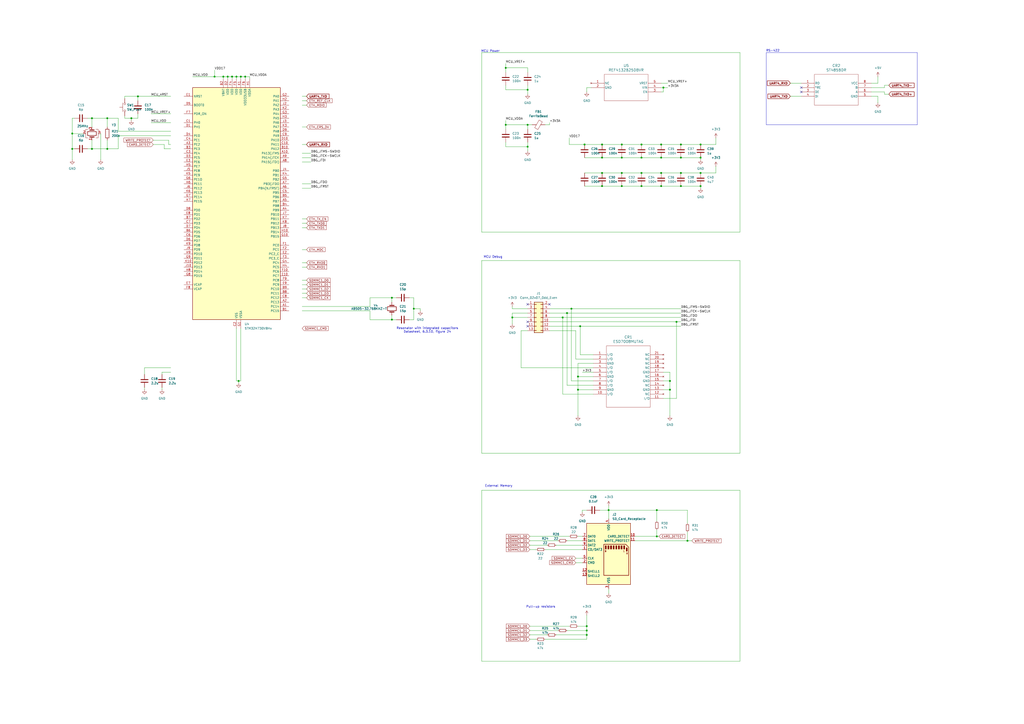
<source format=kicad_sch>
(kicad_sch (version 20250114) (generator "eeschema") (generator_version "9.0")
  (paper "A2")
  (rectangle (start 444.5 30.48) (end 532.13 72.39))
  (text "External Memory" (at 289.306 281.94 0) (effects (font (size 1.27 1.27))))
  (text "RS-422" (at 448.31 29.464 0) (effects (font (size 1.27 1.27))))
  (text "MCU Debug\n" (at 286.004 149.098 0) (effects (font (size 1.27 1.27))))
  (text "Resonator with integrated capacitors\nDatasheet, 6.3.10, figure 24" (at 247.904 191.516 0) (effects (font (size 1.27 1.27))))
  (text "MCU Power" (at 284.48 29.718 0) (effects (font (size 1.27 1.27))))
  (text "Pull-up resistors" (at 313.69 352.044 0) (effects (font (size 1.27 1.27))))
  (junction (at 406.4 83.82))
  (junction (at 360.68 107.95))
  (junction (at 384.81 50.8))
  (junction (at 340.36 365.76))
  (junction (at 129.54 44.45))
  (junction (at 335.28 226.06))
  (junction (at 41.91 86.36))
  (junction (at 134.62 44.45))
  (junction (at 340.36 368.3))
  (junction (at 297.18 184.15))
  (junction (at 335.28 218.44))
  (junction (at 76.2 68.58))
  (junction (at 227.33 185.42))
  (junction (at 227.33 172.72))
  (junction (at 372.11 91.44))
  (junction (at 62.23 86.36))
  (junction (at 306.07 52.07))
  (junction (at 388.62 220.98))
  (junction (at 394.97 100.33))
  (junction (at 398.78 313.69))
  (junction (at 132.08 44.45))
  (junction (at 349.25 91.44))
  (junction (at 340.36 363.22))
  (junction (at 306.07 85.09))
  (junction (at 372.11 83.82))
  (junction (at 394.97 83.82))
  (junction (at 349.25 107.95))
  (junction (at 392.43 186.69))
  (junction (at 394.97 91.44))
  (junction (at 349.25 83.82))
  (junction (at 53.34 86.36))
  (junction (at 326.39 184.15))
  (junction (at 383.54 91.44))
  (junction (at 293.37 72.39))
  (junction (at 137.16 44.45))
  (junction (at 293.37 39.37))
  (junction (at 353.06 295.91))
  (junction (at 360.68 83.82))
  (junction (at 394.97 107.95))
  (junction (at 306.07 72.39))
  (junction (at 406.4 107.95))
  (junction (at 80.01 55.88))
  (junction (at 138.43 220.98))
  (junction (at 388.62 226.06))
  (junction (at 360.68 91.44))
  (junction (at 383.54 107.95))
  (junction (at 142.24 44.45))
  (junction (at 124.46 44.45))
  (junction (at 372.11 107.95))
  (junction (at 331.47 179.07))
  (junction (at 406.4 91.44))
  (junction (at 41.91 77.47))
  (junction (at 240.03 179.07))
  (junction (at 383.54 83.82))
  (junction (at 381 295.91))
  (junction (at 372.11 100.33))
  (junction (at 336.55 189.23))
  (junction (at 349.25 100.33))
  (junction (at 339.09 83.82))
  (junction (at 139.7 44.45))
  (junction (at 53.34 68.58))
  (junction (at 360.68 100.33))
  (junction (at 328.93 181.61))
  (junction (at 406.4 100.33))
  (junction (at 383.54 100.33))
  (junction (at 62.23 68.58))
  (junction (at 381 311.15))
  (no_connect (at 306.07 189.23))
  (no_connect (at 306.07 186.69))
  (no_connect (at 464.82 50.8))
  (no_connect (at 464.82 53.34))
  (no_connect (at 318.77 176.53))
  (no_connect (at 306.07 176.53))
  (wire (pts (xy 339.09 83.82) (xy 349.25 83.82)))
  (wire (pts (xy 175.26 60.96) (xy 177.8 60.96)))
  (wire (pts (xy 306.07 85.09) (xy 306.07 82.55)))
  (wire (pts (xy 124.46 40.64) (xy 124.46 44.45)))
  (wire (pts (xy 177.8 167.64) (xy 175.26 167.64)))
  (wire (pts (xy 97.79 83.82) (xy 99.06 83.82)))
  (wire (pts (xy 372.11 91.44) (xy 383.54 91.44)))
  (wire (pts (xy 180.34 109.22) (xy 175.26 109.22)))
  (wire (pts (xy 429.26 262.89) (xy 279.4 262.89)))
  (wire (pts (xy 137.16 44.45) (xy 134.62 44.45)))
  (wire (pts (xy 384.81 50.8) (xy 387.35 50.8)))
  (wire (pts (xy 177.8 170.18) (xy 175.26 170.18)))
  (wire (pts (xy 381 307.34) (xy 381 311.15)))
  (wire (pts (xy 306.07 85.09) (xy 306.07 87.63)))
  (wire (pts (xy 43.18 86.36) (xy 41.91 86.36)))
  (wire (pts (xy 505.46 53.34) (xy 513.08 53.34)))
  (wire (pts (xy 307.34 370.84) (xy 311.15 370.84)))
  (wire (pts (xy 297.18 179.07) (xy 306.07 179.07)))
  (wire (pts (xy 340.36 53.34) (xy 340.36 50.8)))
  (wire (pts (xy 41.91 68.58) (xy 43.18 68.58)))
  (wire (pts (xy 335.28 218.44) (xy 344.17 218.44)))
  (wire (pts (xy 513.08 50.8) (xy 513.08 49.53)))
  (wire (pts (xy 138.43 220.98) (xy 138.43 222.25)))
  (wire (pts (xy 48.26 77.47) (xy 41.91 77.47)))
  (wire (pts (xy 62.23 68.58) (xy 62.23 73.66)))
  (wire (pts (xy 72.39 55.88) (xy 80.01 55.88)))
  (wire (pts (xy 93.98 224.79) (xy 93.98 226.06)))
  (wire (pts (xy 335.28 311.15) (xy 337.82 311.15)))
  (wire (pts (xy 68.58 76.2) (xy 68.58 68.58)))
  (wire (pts (xy 139.7 44.45) (xy 139.7 45.72)))
  (wire (pts (xy 142.24 44.45) (xy 144.78 44.45)))
  (wire (pts (xy 328.93 223.52) (xy 328.93 181.61)))
  (wire (pts (xy 340.36 368.3) (xy 340.36 365.76)))
  (wire (pts (xy 322.58 316.23) (xy 337.82 316.23)))
  (wire (pts (xy 177.8 132.08) (xy 175.26 132.08)))
  (wire (pts (xy 344.17 223.52) (xy 328.93 223.52)))
  (wire (pts (xy 177.8 127) (xy 175.26 127)))
  (wire (pts (xy 302.26 191.77) (xy 306.07 191.77)))
  (wire (pts (xy 383.54 83.82) (xy 394.97 83.82)))
  (wire (pts (xy 88.9 83.82) (xy 95.25 83.82)))
  (wire (pts (xy 93.98 215.9) (xy 93.98 217.17)))
  (wire (pts (xy 93.98 215.9) (xy 99.06 215.9)))
  (wire (pts (xy 297.18 184.15) (xy 306.07 184.15)))
  (wire (pts (xy 337.82 295.91) (xy 337.82 297.18)))
  (wire (pts (xy 316.23 370.84) (xy 340.36 370.84)))
  (wire (pts (xy 513.08 49.53) (xy 515.62 49.53)))
  (wire (pts (xy 384.81 231.14) (xy 392.43 231.14)))
  (wire (pts (xy 41.91 77.47) (xy 41.91 68.58)))
  (wire (pts (xy 83.82 213.36) (xy 99.06 213.36)))
  (wire (pts (xy 394.97 107.95) (xy 383.54 107.95)))
  (wire (pts (xy 279.4 262.89) (xy 279.4 151.13)))
  (wire (pts (xy 279.4 284.48) (xy 279.4 383.54)))
  (wire (pts (xy 227.33 172.72) (xy 227.33 175.26)))
  (wire (pts (xy 72.39 57.15) (xy 72.39 55.88)))
  (wire (pts (xy 293.37 72.39) (xy 306.07 72.39)))
  (wire (pts (xy 227.33 172.72) (xy 229.87 172.72)))
  (wire (pts (xy 307.34 318.77) (xy 311.15 318.77)))
  (wire (pts (xy 293.37 74.93) (xy 293.37 72.39)))
  (wire (pts (xy 293.37 36.83) (xy 293.37 39.37)))
  (wire (pts (xy 349.25 107.95) (xy 339.09 107.95)))
  (wire (pts (xy 349.25 83.82) (xy 360.68 83.82)))
  (wire (pts (xy 137.16 44.45) (xy 137.16 45.72)))
  (wire (pts (xy 134.62 44.45) (xy 132.08 44.45)))
  (wire (pts (xy 429.26 30.48) (xy 429.26 134.62)))
  (wire (pts (xy 279.4 284.48) (xy 429.26 284.48)))
  (wire (pts (xy 429.26 134.62) (xy 279.4 134.62)))
  (wire (pts (xy 306.07 72.39) (xy 306.07 74.93)))
  (wire (pts (xy 349.25 91.44) (xy 360.68 91.44)))
  (wire (pts (xy 214.63 172.72) (xy 227.33 172.72)))
  (wire (pts (xy 137.16 190.5) (xy 137.16 220.98)))
  (wire (pts (xy 307.34 368.3) (xy 317.5 368.3)))
  (wire (pts (xy 142.24 44.45) (xy 139.7 44.45)))
  (wire (pts (xy 80.01 55.88) (xy 99.06 55.88)))
  (wire (pts (xy 398.78 308.61) (xy 398.78 313.69)))
  (wire (pts (xy 83.82 213.36) (xy 83.82 217.17)))
  (wire (pts (xy 353.06 293.37) (xy 353.06 295.91)))
  (wire (pts (xy 509.27 55.88) (xy 509.27 59.69)))
  (wire (pts (xy 406.4 107.95) (xy 406.4 109.22)))
  (wire (pts (xy 95.25 83.82) (xy 95.25 86.36)))
  (wire (pts (xy 306.07 39.37) (xy 306.07 41.91)))
  (wire (pts (xy 368.3 313.69) (xy 398.78 313.69)))
  (wire (pts (xy 227.33 185.42) (xy 227.33 182.88)))
  (wire (pts (xy 214.63 172.72) (xy 214.63 177.8)))
  (wire (pts (xy 347.98 295.91) (xy 353.06 295.91)))
  (wire (pts (xy 372.11 83.82) (xy 383.54 83.82)))
  (wire (pts (xy 293.37 49.53) (xy 293.37 52.07)))
  (wire (pts (xy 306.07 181.61) (xy 297.18 181.61)))
  (wire (pts (xy 384.81 220.98) (xy 388.62 220.98)))
  (wire (pts (xy 80.01 68.58) (xy 76.2 68.58)))
  (wire (pts (xy 293.37 85.09) (xy 306.07 85.09)))
  (wire (pts (xy 388.62 215.9) (xy 388.62 220.98)))
  (wire (pts (xy 326.39 184.15) (xy 318.77 184.15)))
  (wire (pts (xy 177.8 144.78) (xy 175.26 144.78)))
  (wire (pts (xy 279.4 151.13) (xy 429.26 151.13)))
  (wire (pts (xy 83.82 224.79) (xy 83.82 226.06)))
  (wire (pts (xy 72.39 68.58) (xy 72.39 67.31)))
  (wire (pts (xy 175.26 180.34) (xy 214.63 180.34)))
  (wire (pts (xy 383.54 100.33) (xy 394.97 100.33)))
  (wire (pts (xy 330.2 80.01) (xy 330.2 83.82)))
  (wire (pts (xy 139.7 44.45) (xy 137.16 44.45)))
  (wire (pts (xy 180.34 88.9) (xy 175.26 88.9)))
  (wire (pts (xy 99.06 78.74) (xy 68.58 78.74)))
  (wire (pts (xy 429.26 151.13) (xy 429.26 262.89)))
  (wire (pts (xy 509.27 48.26) (xy 505.46 48.26)))
  (wire (pts (xy 307.34 316.23) (xy 317.5 316.23)))
  (wire (pts (xy 62.23 68.58) (xy 68.58 68.58)))
  (wire (pts (xy 394.97 184.15) (xy 326.39 184.15)))
  (wire (pts (xy 132.08 44.45) (xy 129.54 44.45)))
  (wire (pts (xy 316.23 318.77) (xy 337.82 318.77)))
  (wire (pts (xy 398.78 295.91) (xy 381 295.91)))
  (wire (pts (xy 306.07 72.39) (xy 308.61 72.39)))
  (wire (pts (xy 344.17 220.98) (xy 331.47 220.98)))
  (wire (pts (xy 297.18 184.15) (xy 297.18 187.96)))
  (wire (pts (xy 297.18 177.8) (xy 297.18 179.07)))
  (wire (pts (xy 335.28 226.06) (xy 344.17 226.06)))
  (wire (pts (xy 384.81 215.9) (xy 388.62 215.9)))
  (wire (pts (xy 322.58 368.3) (xy 340.36 368.3)))
  (wire (pts (xy 175.26 172.72) (xy 177.8 172.72)))
  (wire (pts (xy 240.03 172.72) (xy 240.03 179.07)))
  (wire (pts (xy 129.54 44.45) (xy 129.54 45.72)))
  (wire (pts (xy 243.84 180.34) (xy 243.84 179.07)))
  (wire (pts (xy 97.79 81.28) (xy 97.79 83.82)))
  (wire (pts (xy 368.3 311.15) (xy 381 311.15)))
  (wire (pts (xy 41.91 77.47) (xy 41.91 86.36)))
  (wire (pts (xy 384.81 50.8) (xy 384.81 53.34)))
  (wire (pts (xy 335.28 210.82) (xy 335.28 218.44)))
  (wire (pts (xy 334.01 323.85) (xy 337.82 323.85)))
  (wire (pts (xy 398.78 313.69) (xy 401.32 313.69)))
  (wire (pts (xy 293.37 69.85) (xy 293.37 72.39)))
  (wire (pts (xy 394.97 100.33) (xy 406.4 100.33)))
  (wire (pts (xy 406.4 100.33) (xy 415.29 100.33)))
  (wire (pts (xy 293.37 41.91) (xy 293.37 39.37)))
  (wire (pts (xy 144.78 44.45) (xy 144.78 45.72)))
  (wire (pts (xy 406.4 107.95) (xy 394.97 107.95)))
  (wire (pts (xy 394.97 181.61) (xy 328.93 181.61)))
  (wire (pts (xy 340.36 50.8) (xy 342.9 50.8)))
  (wire (pts (xy 394.97 91.44) (xy 406.4 91.44)))
  (wire (pts (xy 302.26 213.36) (xy 344.17 213.36)))
  (wire (pts (xy 406.4 83.82) (xy 394.97 83.82)))
  (wire (pts (xy 76.2 68.58) (xy 72.39 68.58)))
  (wire (pts (xy 328.93 313.69) (xy 337.82 313.69)))
  (wire (pts (xy 62.23 86.36) (xy 53.34 86.36)))
  (wire (pts (xy 180.34 91.44) (xy 175.26 91.44)))
  (wire (pts (xy 177.8 162.56) (xy 175.26 162.56)))
  (wire (pts (xy 458.47 55.88) (xy 464.82 55.88)))
  (wire (pts (xy 302.26 191.77) (xy 302.26 213.36)))
  (wire (pts (xy 95.25 86.36) (xy 99.06 86.36)))
  (wire (pts (xy 177.8 55.88) (xy 175.26 55.88)))
  (wire (pts (xy 340.36 295.91) (xy 337.82 295.91)))
  (wire (pts (xy 330.2 83.82) (xy 339.09 83.82)))
  (wire (pts (xy 334.01 208.28) (xy 344.17 208.28)))
  (wire (pts (xy 41.91 86.36) (xy 41.91 92.71)))
  (wire (pts (xy 318.77 71.12) (xy 318.77 72.39)))
  (wire (pts (xy 509.27 44.45) (xy 509.27 48.26)))
  (wire (pts (xy 406.4 91.44) (xy 406.4 92.71)))
  (wire (pts (xy 177.8 152.4) (xy 175.26 152.4)))
  (wire (pts (xy 50.8 86.36) (xy 53.34 86.36)))
  (wire (pts (xy 240.03 179.07) (xy 240.03 185.42)))
  (wire (pts (xy 111.76 44.45) (xy 124.46 44.45)))
  (wire (pts (xy 387.35 48.26) (xy 383.54 48.26)))
  (wire (pts (xy 177.8 73.66) (xy 175.26 73.66)))
  (wire (pts (xy 383.54 91.44) (xy 394.97 91.44)))
  (wire (pts (xy 513.08 53.34) (xy 513.08 54.61)))
  (wire (pts (xy 372.11 107.95) (xy 360.68 107.95)))
  (wire (pts (xy 137.16 220.98) (xy 138.43 220.98)))
  (wire (pts (xy 360.68 91.44) (xy 372.11 91.44)))
  (wire (pts (xy 339.09 100.33) (xy 349.25 100.33)))
  (wire (pts (xy 177.8 83.82) (xy 175.26 83.82)))
  (wire (pts (xy 53.34 68.58) (xy 53.34 73.66)))
  (wire (pts (xy 344.17 210.82) (xy 335.28 210.82)))
  (wire (pts (xy 175.26 177.8) (xy 214.63 177.8)))
  (wire (pts (xy 383.54 107.95) (xy 372.11 107.95)))
  (wire (pts (xy 62.23 81.28) (xy 62.23 86.36)))
  (wire (pts (xy 307.34 363.22) (xy 330.2 363.22)))
  (wire (pts (xy 139.7 190.5) (xy 139.7 220.98)))
  (wire (pts (xy 99.06 76.2) (xy 68.58 76.2)))
  (wire (pts (xy 142.24 44.45) (xy 142.24 45.72)))
  (wire (pts (xy 392.43 231.14) (xy 392.43 186.69)))
  (wire (pts (xy 175.26 154.94) (xy 177.8 154.94)))
  (wire (pts (xy 336.55 205.74) (xy 336.55 189.23)))
  (wire (pts (xy 62.23 86.36) (xy 68.58 86.36)))
  (wire (pts (xy 335.28 218.44) (xy 335.28 226.06)))
  (wire (pts (xy 318.77 191.77) (xy 334.01 191.77)))
  (wire (pts (xy 177.8 165.1) (xy 175.26 165.1)))
  (wire (pts (xy 505.46 50.8) (xy 513.08 50.8)))
  (wire (pts (xy 87.63 71.12) (xy 99.06 71.12)))
  (wire (pts (xy 415.29 100.33) (xy 415.29 96.52)))
  (wire (pts (xy 340.36 370.84) (xy 340.36 368.3)))
  (wire (pts (xy 398.78 303.53) (xy 398.78 295.91)))
  (wire (pts (xy 124.46 44.45) (xy 129.54 44.45)))
  (wire (pts (xy 175.26 129.54) (xy 177.8 129.54)))
  (wire (pts (xy 279.4 134.62) (xy 279.4 30.48)))
  (wire (pts (xy 372.11 100.33) (xy 383.54 100.33)))
  (wire (pts (xy 394.97 179.07) (xy 331.47 179.07)))
  (wire (pts (xy 316.23 72.39) (xy 318.77 72.39)))
  (wire (pts (xy 381 295.91) (xy 353.06 295.91)))
  (wire (pts (xy 306.07 52.07) (xy 306.07 49.53)))
  (wire (pts (xy 58.42 77.47) (xy 58.42 92.71)))
  (wire (pts (xy 429.26 284.48) (xy 429.26 383.54)))
  (wire (pts (xy 227.33 185.42) (xy 229.87 185.42)))
  (wire (pts (xy 307.34 313.69) (xy 323.85 313.69)))
  (wire (pts (xy 293.37 52.07) (xy 306.07 52.07)))
  (wire (pts (xy 360.68 100.33) (xy 372.11 100.33)))
  (wire (pts (xy 336.55 189.23) (xy 318.77 189.23)))
  (wire (pts (xy 360.68 107.95) (xy 349.25 107.95)))
  (wire (pts (xy 349.25 100.33) (xy 360.68 100.33)))
  (wire (pts (xy 139.7 220.98) (xy 138.43 220.98)))
  (wire (pts (xy 381 302.26) (xy 381 295.91)))
  (wire (pts (xy 360.68 83.82) (xy 372.11 83.82)))
  (wire (pts (xy 334.01 191.77) (xy 334.01 208.28)))
  (wire (pts (xy 80.01 55.88) (xy 80.01 58.42)))
  (wire (pts (xy 76.2 68.58) (xy 76.2 69.85)))
  (wire (pts (xy 307.34 365.76) (xy 323.85 365.76)))
  (wire (pts (xy 237.49 185.42) (xy 240.03 185.42)))
  (wire (pts (xy 513.08 54.61) (xy 515.62 54.61)))
  (wire (pts (xy 353.06 341.63) (xy 353.06 344.17)))
  (wire (pts (xy 384.81 226.06) (xy 388.62 226.06)))
  (wire (pts (xy 392.43 186.69) (xy 394.97 186.69)))
  (wire (pts (xy 53.34 81.28) (xy 53.34 86.36)))
  (wire (pts (xy 331.47 179.07) (xy 318.77 179.07)))
  (wire (pts (xy 132.08 44.45) (xy 132.08 45.72)))
  (wire (pts (xy 279.4 30.48) (xy 429.26 30.48)))
  (wire (pts (xy 50.8 68.58) (xy 53.34 68.58)))
  (wire (pts (xy 383.54 50.8) (xy 384.81 50.8)))
  (wire (pts (xy 328.93 365.76) (xy 340.36 365.76)))
  (wire (pts (xy 429.26 383.54) (xy 279.4 383.54)))
  (wire (pts (xy 340.36 363.22) (xy 340.36 356.87)))
  (wire (pts (xy 297.18 181.61) (xy 297.18 184.15)))
  (wire (pts (xy 237.49 172.72) (xy 240.03 172.72)))
  (wire (pts (xy 392.43 186.69) (xy 318.77 186.69)))
  (wire (pts (xy 326.39 228.6) (xy 326.39 184.15)))
  (wire (pts (xy 87.63 66.04) (xy 99.06 66.04)))
  (wire (pts (xy 394.97 189.23) (xy 336.55 189.23)))
  (wire (pts (xy 388.62 220.98) (xy 388.62 226.06)))
  (wire (pts (xy 337.82 215.9) (xy 344.17 215.9)))
  (wire (pts (xy 62.23 68.58) (xy 53.34 68.58)))
  (wire (pts (xy 344.17 228.6) (xy 326.39 228.6)))
  (wire (pts (xy 180.34 93.98) (xy 175.26 93.98)))
  (wire (pts (xy 243.84 179.07) (xy 240.03 179.07)))
  (wire (pts (xy 214.63 180.34) (xy 214.63 185.42)))
  (wire (pts (xy 68.58 78.74) (xy 68.58 86.36)))
  (wire (pts (xy 307.34 311.15) (xy 330.2 311.15)))
  (wire (pts (xy 505.46 55.88) (xy 509.27 55.88)))
  (wire (pts (xy 214.63 185.42) (xy 227.33 185.42)))
  (wire (pts (xy 353.06 295.91) (xy 353.06 300.99)))
  (wire (pts (xy 88.9 81.28) (xy 97.79 81.28)))
  (wire (pts (xy 383.54 53.34) (xy 384.81 53.34)))
  (wire (pts (xy 344.17 205.74) (xy 336.55 205.74)))
  (wire (pts (xy 80.01 66.04) (xy 80.01 68.58)))
  (wire (pts (xy 458.47 48.26) (xy 464.82 48.26)))
  (wire (pts (xy 339.09 91.44) (xy 349.25 91.44)))
  (wire (pts (xy 381 311.15) (xy 382.27 311.15)))
  (wire (pts (xy 293.37 82.55) (xy 293.37 85.09)))
  (wire (pts (xy 328.93 181.61) (xy 318.77 181.61)))
  (wire (pts (xy 293.37 39.37) (xy 306.07 39.37)))
  (wire (pts (xy 134.62 44.45) (xy 134.62 45.72)))
  (wire (pts (xy 180.34 106.68) (xy 175.26 106.68)))
  (wire (pts (xy 334.01 326.39) (xy 337.82 326.39)))
  (wire (pts (xy 335.28 226.06) (xy 335.28 241.3)))
  (wire (pts (xy 306.07 52.07) (xy 306.07 54.61)))
  (wire (pts (xy 177.8 58.42) (xy 175.26 58.42)))
  (wire (pts (xy 406.4 83.82) (xy 415.29 83.82)))
  (wire (pts (xy 335.28 363.22) (xy 340.36 363.22)))
  (wire (pts (xy 331.47 220.98) (xy 331.47 179.07)))
  (wire (pts (xy 340.36 365.76) (xy 340.36 363.22)))
  (wire (pts (xy 388.62 226.06) (xy 388.62 241.3)))
  (wire (pts (xy 415.29 80.01) (xy 415.29 83.82)))
  (label "+3V3A" (at 318.77 71.12 0))
  (label "DBG_JTDO" (at 394.97 184.15 0))
  (label "DBG_JTDO" (at 180.34 106.68 0))
  (label "DBG_JTRST" (at 180.34 109.22 0))
  (label "MCU_nRST" (at 87.63 55.88 0))
  (label "DBG_JTDI" (at 180.34 93.98 0))
  (label "MCU_VDD" (at 87.63 71.12 0))
  (label "DBG_JTRST" (at 394.97 189.23 0))
  (label "MCU_VREF+" (at 293.37 36.83 0))
  (label "+3V3A" (at 387.35 50.8 0))
  (label "MCU_VDDA" (at 144.78 44.45 0))
  (label "DBG_JTCK-SWCLK" (at 394.97 181.61 0))
  (label "DBG_JTMS-SWDIO" (at 394.97 179.07 0))
  (label "DBG_JTDI" (at 394.97 186.69 0))
  (label "MCU_VDD" (at 111.76 44.45 0))
  (label "DBG_JTMS-SWDIO" (at 180.34 88.9 0))
  (label "MCU_VREF+" (at 87.63 66.04 0))
  (label "MCU_VDDA" (at 293.37 69.85 0))
  (label "+3V3" (at 337.82 215.9 0))
  (label "DBG_JTCK-SWCLK" (at 180.34 91.44 0))
  (label "VDD17" (at 330.2 80.01 0))
  (label "MCU_VREF+" (at 387.35 48.26 0))
  (label "VDD17" (at 124.46 40.64 0))
  (global_label "SDMMC1_D1" (shape input) (at 307.34 365.76 180) (property "Intersheetrefs" "${INTERSHEET_REFS}" (effects (hide yes))))
  (global_label "UART4_TXD" (shape input) (at 458.47 55.88 180) (effects (font (thickness 0.254) (bold yes))) (property "Intersheetrefs" "${INTERSHEET_REFS}" (effects (hide yes))))
  (global_label "CARD_DETECT" (shape input) (at 382.27 311.15 0) (property "Intersheetrefs" "${INTERSHEET_REFS}" (effects (hide yes))))
  (global_label "ETH_RXD1" (shape input) (at 177.8 154.94 0) (property "Intersheetrefs" "${INTERSHEET_REFS}" (effects (hide yes))))
  (global_label "SDMMC1_D3" (shape input) (at 177.8 170.18 0) (property "Intersheetrefs" "${INTERSHEET_REFS}" (effects (hide yes))))
  (global_label "ETH_TXD1" (shape input) (at 177.8 132.08 0) (property "Intersheetrefs" "${INTERSHEET_REFS}" (effects (hide yes))))
  (global_label "SDMMC1_D2" (shape input) (at 307.34 368.3 180) (property "Intersheetrefs" "${INTERSHEET_REFS}" (effects (hide yes))))
  (global_label "SDMMC1_D1" (shape input) (at 307.34 313.69 180) (property "Intersheetrefs" "${INTERSHEET_REFS}" (effects (hide yes))))
  (global_label "ETH_TXD0" (shape input) (at 177.8 129.54 0) (property "Intersheetrefs" "${INTERSHEET_REFS}" (effects (hide yes))))
  (global_label "UART4_TXD+" (shape input) (at 515.62 54.61 0) (effects (font (thickness 0.254) (bold yes))) (property "Intersheetrefs" "${INTERSHEET_REFS}" (effects (hide yes))))
  (global_label "SDMMC1_CMD" (shape input) (at 334.01 326.39 180) (property "Intersheetrefs" "${INTERSHEET_REFS}" (effects (hide yes))))
  (global_label "UART4_RXD" (shape input) (at 177.8 83.82 0) (effects (font (thickness 0.254) (bold yes))) (property "Intersheetrefs" "${INTERSHEET_REFS}" (effects (hide yes))))
  (global_label "CARD_DETECT" (shape input) (at 88.9 83.82 180) (property "Intersheetrefs" "${INTERSHEET_REFS}" (effects (hide yes))))
  (global_label "SDMMC1_CMD" (shape input) (at 175.26 190.5 0) (property "Intersheetrefs" "${INTERSHEET_REFS}" (effects (hide yes))))
  (global_label "ETH_CRS_DV" (shape input) (at 177.8 73.66 0) (property "Intersheetrefs" "${INTERSHEET_REFS}" (effects (hide yes))))
  (global_label "ETH_REF_CLK" (shape input) (at 177.8 58.42 0) (property "Intersheetrefs" "${INTERSHEET_REFS}" (effects (hide yes))))
  (global_label "ETH_MDIO" (shape input) (at 177.8 60.96 0) (property "Intersheetrefs" "${INTERSHEET_REFS}" (effects (hide yes))))
  (global_label "SDMMC1_D3" (shape input) (at 307.34 370.84 180) (property "Intersheetrefs" "${INTERSHEET_REFS}" (effects (hide yes))))
  (global_label "UART4_TXD-" (shape input) (at 515.62 49.53 0) (effects (font (thickness 0.254) (bold yes))) (property "Intersheetrefs" "${INTERSHEET_REFS}" (effects (hide yes))))
  (global_label "SDMMC1_CK" (shape input) (at 177.8 172.72 0) (property "Intersheetrefs" "${INTERSHEET_REFS}" (effects (hide yes))))
  (global_label "SDMMC1_D0" (shape input) (at 177.8 162.56 0) (property "Intersheetrefs" "${INTERSHEET_REFS}" (effects (hide yes))))
  (global_label "SDMMC1_D1" (shape input) (at 177.8 165.1 0) (property "Intersheetrefs" "${INTERSHEET_REFS}" (effects (hide yes))))
  (global_label "UART4_TXD" (shape input) (at 177.8 55.88 0) (effects (font (thickness 0.254) (bold yes))) (property "Intersheetrefs" "${INTERSHEET_REFS}" (effects (hide yes))))
  (global_label "SDMMC1_D0" (shape input) (at 307.34 311.15 180) (property "Intersheetrefs" "${INTERSHEET_REFS}" (effects (hide yes))))
  (global_label "UART4_RXD" (shape input) (at 458.47 48.26 180) (effects (font (thickness 0.254) (bold yes))) (property "Intersheetrefs" "${INTERSHEET_REFS}" (effects (hide yes))))
  (global_label "SDMMC1_D2" (shape input) (at 307.34 316.23 180) (property "Intersheetrefs" "${INTERSHEET_REFS}" (effects (hide yes))))
  (global_label "SDMMC1_D3" (shape input) (at 307.34 318.77 180) (property "Intersheetrefs" "${INTERSHEET_REFS}" (effects (hide yes))))
  (global_label "SDMMC1_CK" (shape input) (at 334.01 323.85 180) (property "Intersheetrefs" "${INTERSHEET_REFS}" (effects (hide yes))))
  (global_label "ETH_TX_EN" (shape input) (at 177.8 127 0) (property "Intersheetrefs" "${INTERSHEET_REFS}" (effects (hide yes))))
  (global_label "ETH_MDC" (shape input) (at 177.8 144.78 0) (property "Intersheetrefs" "${INTERSHEET_REFS}" (effects (hide yes))))
  (global_label "SDMMC1_D0" (shape input) (at 307.34 363.22 180) (property "Intersheetrefs" "${INTERSHEET_REFS}" (effects (hide yes))))
  (global_label "WRITE_PROTECT" (shape input) (at 88.9 81.28 180) (property "Intersheetrefs" "${INTERSHEET_REFS}" (effects (hide yes))))
  (global_label "WRITE_PROTECT" (shape input) (at 401.32 313.69 0) (property "Intersheetrefs" "${INTERSHEET_REFS}" (effects (hide yes))))
  (global_label "SDMMC1_D2" (shape input) (at 177.8 167.64 0) (property "Intersheetrefs" "${INTERSHEET_REFS}" (effects (hide yes))))
  (global_label "ETH_RXD0" (shape input) (at 177.8 152.4 0) (property "Intersheetrefs" "${INTERSHEET_REFS}" (effects (hide yes))))
  (symbol (lib_id "power:GND") (at 388.62 241.3 0) (unit 1)
    (property "Reference" "#PWR042" (effects (hide yes)))
    (property "Value" "GND" (at 388.62 246.38 0))
    (property "Description" "Power symbol creates a global label with name \"GND\" , ground" (effects (hide yes)))
  )
  (symbol (lib_id "Device:R_Small") (at 332.74 311.15 90) (unit 1)
    (property "Reference" "R28" (at 332.74 306.07 90))
    (property "Value" "22" (at 332.74 308.61 90))
    (property "Footprint" "Resistor_SMD:R_0603_1608Metric" (effects (hide yes)))
    (property "Description" "Resistor, small symbol" (effects (hide yes)))
  )
  (symbol (lib_id "Device:R_Small") (at 381 304.8 180) (unit 1)
    (property "Reference" "R30" (at 383.54 303.5299 0) (effects (justify right)))
    (property "Value" "47k" (at 383.54 306.0699 0) (effects (justify right)))
    (property "Footprint" "Resistor_SMD:R_0603_1608Metric" (effects (hide yes)))
    (property "Description" "Resistor, small symbol" (effects (hide yes)))
  )
  (symbol (lib_id "ESD7008MUTAG:ESD7008MUTAG") (at 344.17 205.74 0) (unit 1)
    (property "Reference" "CR1" (at 364.49 195.58 0) (effects (font (size 1.524 1.524))))
    (property "Value" "ESD7008MUTAG" (at 364.49 198.12 0) (effects (font (size 1.524 1.524))))
    (property "Datasheet" "ESD7008MUTAG" (effects (hide yes)))
  )
  (symbol (lib_id "MCU_ST_STM32H7:STM32H730VBHx") (at 137.16 119.38 0) (unit 1)
    (property "Reference" "U4" (at 141.8433 187.96 0) (effects (justify left)))
    (property "Value" "STM32H730VBHx" (at 141.8433 190.5 0) (effects (justify left)))
    (property "Footprint" "Package_BGA:TFBGA-100_8x8mm_Layout10x10_P0.8mm" (effects (hide yes)))
    (property "Datasheet" "https://www.st.com/resource/en/datasheet/stm32h730vb.pdf" (effects (hide yes)))
    (property "Description" "STMicroelectronics Arm Cortex-M7 MCU, 128KB flash, 564KB RAM, 550 MHz, 1.62-3.6V, 82 GPIO, TFBGA100" (effects (hide yes)))
  )
  (symbol (lib_id "Device:C") (at 233.68 185.42 90) (unit 1)
    (property "Reference" "C21" (at 233.68 177.8 90))
    (property "Value" "15p" (at 233.68 180.34 90))
    (property "Footprint" "Capacitor_SMD:C_0603_1608Metric" (effects (hide yes)))
    (property "Description" "Unpolarized capacitor" (effects (hide yes)))
  )
  (symbol (lib_id "Device:C") (at 360.68 87.63 0) (unit 1)
    (property "Reference" "C31" (at 364.49 86.3599 0) (effects (justify left)))
    (property "Value" "100n" (at 364.49 88.8999 0) (effects (justify left)))
    (property "Footprint" "Capacitor_SMD:C_0603_1608Metric" (effects (hide yes)))
    (property "Description" "Unpolarized capacitor" (effects (hide yes)))
  )
  (symbol (lib_id "power:GND") (at 41.91 92.71 0) (unit 1)
    (property "Reference" "#PWR025" (effects (hide yes)))
    (property "Value" "GND" (at 41.91 97.79 0))
    (property "Description" "Power symbol creates a global label with name \"GND\" , ground" (effects (hide yes)))
  )
  (symbol (lib_id "Device:R_Small") (at 332.74 363.22 90) (unit 1)
    (property "Reference" "R29" (at 332.74 358.14 90))
    (property "Value" "47k" (at 332.74 360.68 90))
    (property "Footprint" "Resistor_SMD:R_0603_1608Metric" (effects (hide yes)))
    (property "Description" "Resistor, small symbol" (effects (hide yes)))
  )
  (symbol (lib_id "power:GND") (at 243.84 180.34 0) (unit 1)
    (property "Reference" "#PWR031" (effects (hide yes)))
    (property "Value" "GND" (at 243.84 185.42 0))
    (property "Description" "Power symbol creates a global label with name \"GND\" , ground" (effects (hide yes)))
  )
  (symbol (lib_id "Device:C") (at 306.07 45.72 0) (unit 1)
    (property "Reference" "C24" (at 309.88 44.4499 0) (effects (justify left)))
    (property "Value" "1u" (at 309.88 46.9899 0) (effects (justify left)))
    (property "Footprint" "Capacitor_SMD:C_0603_1608Metric" (effects (hide yes)))
    (property "Description" "Unpolarized capacitor" (effects (hide yes)))
  )
  (symbol (lib_id "power:GND") (at 406.4 109.22 0) (unit 1)
    (property "Reference" "#PWR044" (effects (hide yes)))
    (property "Value" "GND" (at 406.4 114.3 0))
    (property "Description" "Power symbol creates a global label with name \"GND\" , ground" (effects (hide yes)))
  )
  (symbol (lib_id "Device:Crystal") (at 227.33 179.07 90) (unit 1)
    (property "Reference" "Y4" (at 216.662 177.292 90) (effects (justify right)))
    (property "Value" "ABS05-32.768KHZ-T" (at 203.708 179.07 90) (effects (justify right)))
    (property "Description" "Two pin crystal" (effects (hide yes)))
  )
  (symbol (lib_id "Device:R_Small") (at 320.04 368.3 90) (unit 1)
    (property "Reference" "R25" (at 316.23 364.49 90))
    (property "Value" "47k" (at 316.23 367.03 90))
    (property "Footprint" "Resistor_SMD:R_0603_1608Metric" (effects (hide yes)))
    (property "Description" "Resistor, small symbol" (effects (hide yes)))
  )
  (symbol (lib_id "Device:C") (at 372.11 104.14 0) (unit 1)
    (property "Reference" "C34" (at 375.92 102.8699 0) (effects (justify left)))
    (property "Value" "100n" (at 375.92 105.4099 0) (effects (justify left)))
    (property "Footprint" "Capacitor_SMD:C_0603_1608Metric" (effects (hide yes)))
    (property "Description" "Unpolarized capacitor" (effects (hide yes)))
  )
  (symbol (lib_id "Device:C") (at 360.68 104.14 0) (unit 1)
    (property "Reference" "C32" (at 364.49 102.8699 0) (effects (justify left)))
    (property "Value" "100n" (at 364.49 105.4099 0) (effects (justify left)))
    (property "Footprint" "Capacitor_SMD:C_0603_1608Metric" (effects (hide yes)))
    (property "Description" "Unpolarized capacitor" (effects (hide yes)))
  )
  (symbol (lib_id "2025-09-03_13-52-52:ST485BDR") (at 464.82 48.26 0) (unit 1)
    (property "Reference" "CR2" (at 485.14 38.1 0) (effects (font (size 1.524 1.524))))
    (property "Value" "ST485BDR" (at 485.14 40.64 0) (effects (font (size 1.524 1.524))))
    (property "Footprint" "avi_footprint:SO-8_STM-M" (effects (hide yes)))
    (property "Datasheet" "https://www.st.com/resource/en/datasheet/st485b.pdf" (effects (hide yes)))
  )
  (symbol (lib_id "Device:C") (at 349.25 87.63 0) (unit 1)
    (property "Reference" "C29" (at 353.06 86.3599 0) (effects (justify left)))
    (property "Value" "100n" (at 353.06 88.8999 0) (effects (justify left)))
    (property "Footprint" "Capacitor_SMD:C_0603_1608Metric" (effects (hide yes)))
    (property "Description" "Unpolarized capacitor" (effects (hide yes)))
  )
  (symbol (lib_id "Device:FerriteBead") (at 312.42 72.39 90) (unit 1)
    (property "Reference" "FB1" (at 312.3692 64.77 90))
    (property "Value" "FerriteBead" (at 312.3692 67.31 90))
    (property "Description" "Ferrite bead" (effects (hide yes)))
  )
  (symbol (lib_id "Connector_Generic:Conn_02x07_Odd_Even") (at 311.15 184.15 0) (unit 1)
    (property "Reference" "J1" (at 312.42 170.18 0))
    (property "Value" "Conn_02x07_Odd_Even" (at 312.42 172.72 0))
    (property "Description" "Generic connector, double row, 02x07, odd/even pin numbering scheme (row 1 odd numbers, row 2 even numbers), script generated (kicad-library-utils/schlib/autogen/connector/)" (effects (hide yes)))
  )
  (symbol (lib_id "Device:R_Small") (at 326.39 313.69 90) (unit 1)
    (property "Reference" "R26" (at 322.58 309.88 90))
    (property "Value" "22" (at 322.58 312.42 90))
    (property "Footprint" "Resistor_SMD:R_0603_1608Metric" (effects (hide yes)))
    (property "Description" "Resistor, small symbol" (effects (hide yes)))
  )
  (symbol (lib_id "Device:C") (at 93.98 220.98 0) (unit 1)
    (property "Reference" "C19" (at 97.79 219.7099 0) (effects (justify left)))
    (property "Value" "2.2u" (at 97.79 222.2499 0) (effects (justify left)))
    (property "Footprint" "Capacitor_SMD:C_0603_1608Metric" (effects (hide yes)))
    (property "Description" "Unpolarized capacitor" (effects (hide yes)))
  )
  (symbol (lib_id "Device:C") (at 339.09 104.14 0) (unit 1)
    (property "Reference" "C27" (at 342.9 102.8699 0) (effects (justify left)))
    (property "Value" "100n" (at 342.9 105.4099 0) (effects (justify left)))
    (property "Footprint" "Capacitor_SMD:C_0603_1608Metric" (effects (hide yes)))
    (property "Description" "Unpolarized capacitor" (effects (hide yes)))
  )
  (symbol (lib_id "Connector:SD_Card_Receptacle") (at 353.06 321.31 0) (unit 1)
    (property "Reference" "J2" (at 355.2033 298.45 0) (effects (justify left)))
    (property "Value" "SD_Card_Receptacle" (at 355.2033 300.99 0) (effects (justify left)))
    (property "Datasheet" "http://portal.fciconnect.com/Comergent//fci/drawing/10067847.pdf" (effects (hide yes)))
    (property "Description" "SD card receptacle" (effects (hide yes)))
  )
  (symbol (lib_id "power:GND") (at 340.36 53.34 0) (unit 1)
    (property "Reference" "#PWR038" (effects (hide yes)))
    (property "Value" "GND" (at 340.36 58.42 0))
    (property "Description" "Power symbol creates a global label with name \"GND\" , ground" (effects (hide yes)))
  )
  (symbol (lib_id "power:+3V3") (at 353.06 293.37 0) (unit 1)
    (property "Reference" "#PWR040" (effects (hide yes)))
    (property "Value" "+3V3" (at 353.06 288.29 0))
    (property "Description" "Power symbol creates a global label with name \"+3V3\"" (effects (hide yes)))
  )
  (symbol (lib_id "power:GND") (at 406.4 92.71 0) (unit 1)
    (property "Reference" "#PWR043" (effects (hide yes)))
    (property "Value" "GND" (at 406.4 97.79 0))
    (property "Description" "Power symbol creates a global label with name \"GND\" , ground" (effects (hide yes)))
  )
  (symbol (lib_id "Device:C") (at 383.54 104.14 0) (unit 1)
    (property "Reference" "C36" (at 387.35 102.8699 0) (effects (justify left)))
    (property "Value" "100n" (at 387.35 105.4099 0) (effects (justify left)))
    (property "Footprint" "Capacitor_SMD:C_0603_1608Metric" (effects (hide yes)))
    (property "Description" "Unpolarized capacitor" (effects (hide yes)))
  )
  (symbol (lib_id "power:GND") (at 335.28 241.3 0) (unit 1)
    (property "Reference" "#PWR036" (effects (hide yes)))
    (property "Value" "GND" (at 335.28 246.38 0))
    (property "Description" "Power symbol creates a global label with name \"GND\" , ground" (effects (hide yes)))
  )
  (symbol (lib_id "Device:R_Small") (at 320.04 316.23 90) (unit 1)
    (property "Reference" "R24" (at 316.23 312.42 90))
    (property "Value" "22" (at 316.23 314.96 90))
    (property "Footprint" "Resistor_SMD:R_0603_1608Metric" (effects (hide yes)))
    (property "Description" "Resistor, small symbol" (effects (hide yes)))
  )
  (symbol (lib_id "Device:C") (at 83.82 220.98 0) (unit 1)
    (property "Reference" "C18" (at 87.63 219.7099 0) (effects (justify left)))
    (property "Value" "2.2u" (at 87.63 222.2499 0) (effects (justify left)))
    (property "Footprint" "Capacitor_SMD:C_0603_1608Metric" (effects (hide yes)))
    (property "Description" "Unpolarized capacitor" (effects (hide yes)))
  )
  (symbol (lib_id "power:GND") (at 297.18 187.96 0) (unit 1)
    (property "Reference" "#PWR033" (effects (hide yes)))
    (property "Value" "GND" (at 297.18 193.04 0))
    (property "Description" "Power symbol creates a global label with name \"GND\" , ground" (effects (hide yes)))
  )
  (symbol (lib_id "power:GND") (at 76.2 69.85 0) (unit 1)
    (property "Reference" "#PWR027" (effects (hide yes)))
    (property "Value" "GND" (at 76.2 74.93 0))
    (property "Description" "Power symbol creates a global label with name \"GND\" , ground" (effects (hide yes)))
  )
  (symbol (lib_id "REF4132B25DBVR:REF4132B25DBVR") (at 342.9 48.26 0) (unit 1)
    (property "Reference" "U5" (at 363.22 38.1 0) (effects (font (size 1.524 1.524))))
    (property "Value" "REF4132B25DBVR" (at 363.22 40.64 0) (effects (font (size 1.524 1.524))))
    (property "Datasheet" "REF4132B25DBVR" (effects (hide yes)))
  )
  (symbol (lib_id "Device:R") (at 62.23 77.47 0) (unit 1)
    (property "Reference" "R21" (at 64.77 76.1999 0) (effects (justify left)))
    (property "Value" "200k" (at 64.77 78.7399 0) (effects (justify left)))
    (property "Footprint" "Resistor_SMD:R_0603_1608Metric" (effects (hide yes)))
    (property "Description" "Resistor" (effects (hide yes)))
  )
  (symbol (lib_id "power:+3V3") (at 415.29 80.01 0) (unit 1)
    (property "Reference" "#PWR045" (effects (hide yes)))
    (property "Value" "+3V3" (at 415.29 74.93 0))
    (property "Description" "Power symbol creates a global label with name \"+3V3\"" (effects (hide yes)))
  )
  (symbol (lib_id "Device:C") (at 372.11 87.63 0) (unit 1)
    (property "Reference" "C33" (at 375.92 86.3599 0) (effects (justify left)))
    (property "Value" "100n" (at 375.92 88.8999 0) (effects (justify left)))
    (property "Footprint" "Capacitor_SMD:C_0603_1608Metric" (effects (hide yes)))
    (property "Description" "Unpolarized capacitor" (effects (hide yes)))
  )
  (symbol (lib_id "power:GND") (at 306.07 87.63 0) (unit 1)
    (property "Reference" "#PWR035" (effects (hide yes)))
    (property "Value" "GND" (at 306.07 92.71 0))
    (property "Description" "Power symbol creates a global label with name \"GND\" , ground" (effects (hide yes)))
  )
  (symbol (lib_id "power:GND") (at 337.82 297.18 0) (unit 1)
    (property "Reference" "#PWR037" (effects (hide yes)))
    (property "Value" "GND" (at 337.82 302.26 0))
    (property "Description" "Power symbol creates a global label with name \"GND\" , ground" (effects (hide yes)))
  )
  (symbol (lib_id "power:GND") (at 353.06 344.17 0) (unit 1)
    (property "Reference" "#PWR041" (effects (hide yes)))
    (property "Value" "GND" (at 353.06 349.25 0))
    (property "Description" "Power symbol creates a global label with name \"GND\" , ground" (effects (hide yes)))
  )
  (symbol (lib_id "Device:Crystal_GND24") (at 53.34 77.47 90) (unit 1)
    (property "Reference" "Y3" (at 66.04 72.5168 90))
    (property "Value" "25MHz" (at 48.006 73.152 90))
    (property "Description" "Four pin crystal, GND on pins 2 and 4" (effects (hide yes)))
  )
  (symbol (lib_id "Device:C") (at 80.01 62.23 0) (unit 1)
    (property "Reference" "C17" (at 83.82 60.9599 0) (effects (justify left)))
    (property "Value" "100n" (at 83.82 63.4999 0) (effects (justify left)))
    (property "Footprint" "Capacitor_SMD:C_0603_1608Metric" (effects (hide yes)))
    (property "Description" "Unpolarized capacitor" (effects (hide yes)))
  )
  (symbol (lib_id "power:GND") (at 83.82 226.06 0) (unit 1)
    (property "Reference" "#PWR028" (effects (hide yes)))
    (property "Value" "GND" (at 83.82 231.14 0))
    (property "Description" "Power symbol creates a global label with name \"GND\" , ground" (effects (hide yes)))
  )
  (symbol (lib_id "power:GND") (at 138.43 222.25 0) (unit 1)
    (property "Reference" "#PWR030" (effects (hide yes)))
    (property "Value" "GND" (at 138.43 227.33 0))
    (property "Description" "Power symbol creates a global label with name \"GND\" , ground" (effects (hide yes)))
  )
  (symbol (lib_id "Device:C") (at 339.09 87.63 0) (unit 1)
    (property "Reference" "C26" (at 342.9 86.3599 0) (effects (justify left)))
    (property "Value" "100n" (at 342.9 88.8999 0) (effects (justify left)))
    (property "Footprint" "Capacitor_SMD:C_0603_1608Metric" (effects (hide yes)))
    (property "Description" "Unpolarized capacitor" (effects (hide yes)))
  )
  (symbol (lib_id "Device:C") (at 306.07 78.74 0) (unit 1)
    (property "Reference" "C25" (at 309.88 77.4699 0) (effects (justify left)))
    (property "Value" "1u" (at 309.88 80.0099 0) (effects (justify left)))
    (property "Footprint" "Capacitor_SMD:C_0603_1608Metric" (effects (hide yes)))
    (property "Description" "Unpolarized capacitor" (effects (hide yes)))
  )
  (symbol (lib_id "power:GND") (at 509.27 59.69 0) (unit 1)
    (property "Reference" "#PWR048" (effects (hide yes)))
    (property "Value" "GND" (at 509.27 64.77 0))
    (property "Description" "Power symbol creates a global label with name \"GND\" , ground" (effects (hide yes)))
  )
  (symbol (lib_id "power:+3V3") (at 415.29 96.52 0) (unit 1)
    (property "Reference" "#PWR046" (effects (hide yes)))
    (property "Value" "+3V3" (at 415.29 91.44 0))
    (property "Description" "Power symbol creates a global label with name \"+3V3\"" (effects (hide yes)))
  )
  (symbol (lib_id "Device:R_Small") (at 313.69 318.77 90) (unit 1)
    (property "Reference" "R22" (at 313.436 321.31 90))
    (property "Value" "22" (at 313.436 323.85 90))
    (property "Footprint" "Resistor_SMD:R_0603_1608Metric" (effects (hide yes)))
    (property "Description" "Resistor, small symbol" (effects (hide yes)))
  )
  (symbol (lib_id "power:+3V3") (at 340.36 356.87 0) (unit 1)
    (property "Reference" "#PWR039" (effects (hide yes)))
    (property "Value" "+3V3" (at 340.36 351.79 0))
    (property "Description" "Power symbol creates a global label with name \"+3V3\"" (effects (hide yes)))
  )
  (symbol (lib_id "Device:C") (at 293.37 78.74 0) (unit 1)
    (property "Reference" "C23" (at 297.18 77.4699 0) (effects (justify left)))
    (property "Value" "100n" (at 297.18 80.0099 0) (effects (justify left)))
    (property "Footprint" "Capacitor_SMD:C_0603_1608Metric" (effects (hide yes)))
    (property "Description" "Unpolarized capacitor" (effects (hide yes)))
  )
  (symbol (lib_id "Device:C") (at 394.97 104.14 0) (unit 1)
    (property "Reference" "C38" (at 398.78 102.8699 0) (effects (justify left)))
    (property "Value" "100n" (at 398.78 105.4099 0) (effects (justify left)))
    (property "Footprint" "Capacitor_SMD:C_0603_1608Metric" (effects (hide yes)))
    (property "Description" "Unpolarized capacitor" (effects (hide yes)))
  )
  (symbol (lib_id "Device:C") (at 344.17 295.91 90) (unit 1)
    (property "Reference" "C28" (at 344.17 288.29 90))
    (property "Value" "0.1uF" (at 344.17 290.83 90))
    (property "Footprint" "Capacitor_SMD:C_0603_1608Metric" (effects (hide yes)))
    (property "Description" "Unpolarized capacitor" (effects (hide yes)))
  )
  (symbol (lib_id "power:GND") (at 306.07 54.61 0) (unit 1)
    (property "Reference" "#PWR034" (effects (hide yes)))
    (property "Value" "GND" (at 306.07 59.69 0))
    (property "Description" "Power symbol creates a global label with name \"GND\" , ground" (effects (hide yes)))
  )
  (symbol (lib_id "Device:C") (at 383.54 87.63 0) (unit 1)
    (property "Reference" "C35" (at 387.35 86.3599 0) (effects (justify left)))
    (property "Value" "100n" (at 387.35 88.8999 0) (effects (justify left)))
    (property "Footprint" "Capacitor_SMD:C_0603_1608Metric" (effects (hide yes)))
    (property "Description" "Unpolarized capacitor" (effects (hide yes)))
  )
  (symbol (lib_id "Device:C") (at 293.37 45.72 0) (unit 1)
    (property "Reference" "C22" (at 297.18 44.4499 0) (effects (justify left)))
    (property "Value" "100n" (at 297.18 46.9899 0) (effects (justify left)))
    (property "Footprint" "Capacitor_SMD:C_0603_1608Metric" (effects (hide yes)))
    (property "Description" "Unpolarized capacitor" (effects (hide yes)))
  )
  (symbol (lib_id "Device:C") (at 349.25 104.14 0) (unit 1)
    (property "Reference" "C30" (at 353.06 102.8699 0) (effects (justify left)))
    (property "Value" "100n" (at 353.06 105.4099 0) (effects (justify left)))
    (property "Footprint" "Capacitor_SMD:C_0603_1608Metric" (effects (hide yes)))
    (property "Description" "Unpolarized capacitor" (effects (hide yes)))
  )
  (symbol (lib_id "power:GND") (at 93.98 226.06 0) (unit 1)
    (property "Reference" "#PWR029" (effects (hide yes)))
    (property "Value" "GND" (at 93.98 231.14 0))
    (property "Description" "Power symbol creates a global label with name \"GND\" , ground" (effects (hide yes)))
  )
  (symbol (lib_id "power:+3V3") (at 297.18 177.8 0) (unit 1)
    (property "Reference" "#PWR032" (effects (hide yes)))
    (property "Value" "+3V3" (at 297.18 172.72 0))
    (property "Description" "Power symbol creates a global label with name \"+3V3\"" (effects (hide yes)))
  )
  (symbol (lib_id "Device:C") (at 233.68 172.72 90) (unit 1)
    (property "Reference" "C20" (at 233.68 165.1 90))
    (property "Value" "15p" (at 233.68 167.64 90))
    (property "Footprint" "Capacitor_SMD:C_0603_1608Metric" (effects (hide yes)))
    (property "Description" "Unpolarized capacitor" (effects (hide yes)))
  )
  (symbol (lib_id "Device:R_Small") (at 313.69 370.84 90) (unit 1)
    (property "Reference" "R23" (at 313.436 373.38 90))
    (property "Value" "47k" (at 313.436 375.92 90))
    (property "Footprint" "Resistor_SMD:R_0603_1608Metric" (effects (hide yes)))
    (property "Description" "Resistor, small symbol" (effects (hide yes)))
  )
  (symbol (lib_id "power:+5V") (at 509.27 44.45 0) (unit 1)
    (property "Reference" "#PWR047" (effects (hide yes)))
    (property "Value" "+5V" (at 509.27 39.37 0))
    (property "Description" "Power symbol creates a global label with name \"+5V\"" (effects (hide yes)))
  )
  (symbol (lib_id "power:GND") (at 58.42 92.71 0) (unit 1)
    (property "Reference" "#PWR026" (effects (hide yes)))
    (property "Value" "GND" (at 58.42 97.79 0))
    (property "Description" "Power symbol creates a global label with name \"GND\" , ground" (effects (hide yes)))
  )
  (symbol (lib_id "Switch:SW_Push") (at 72.39 62.23 90) (unit 1)
    (property "Reference" "SW1" (at 73.66 60.9599 90) (effects (justify right)))
    (property "Value" "SW_Push" (at 73.66 63.4999 90) (effects (justify right)))
    (property "Description" "Push button switch, generic, two pins" (effects (hide yes)))
  )
  (symbol (lib_id "Device:C") (at 406.4 87.63 0) (unit 1)
    (property "Reference" "C39" (at 410.21 86.3599 0) (effects (justify left)))
    (property "Value" "1u" (at 410.21 88.8999 0) (effects (justify left)))
    (property "Footprint" "Capacitor_SMD:C_0603_1608Metric" (effects (hide yes)))
    (property "Description" "Unpolarized capacitor" (effects (hide yes)))
  )
  (symbol (lib_id "Device:C") (at 394.97 87.63 0) (unit 1)
    (property "Reference" "C37" (at 398.78 86.3599 0) (effects (justify left)))
    (property "Value" "100n" (at 398.78 88.8999 0) (effects (justify left)))
    (property "Footprint" "Capacitor_SMD:C_0603_1608Metric" (effects (hide yes)))
    (property "Description" "Unpolarized capacitor" (effects (hide yes)))
  )
  (symbol (lib_id "Device:R_Small") (at 326.39 365.76 90) (unit 1)
    (property "Reference" "R27" (at 322.58 361.95 90))
    (property "Value" "47k" (at 322.58 364.49 90))
    (property "Footprint" "Resistor_SMD:R_0603_1608Metric" (effects (hide yes)))
    (property "Description" "Resistor, small symbol" (effects (hide yes)))
  )
  (symbol (lib_id "Device:C") (at 406.4 104.14 0) (unit 1)
    (property "Reference" "C40" (at 410.21 102.8699 0) (effects (justify left)))
    (property "Value" "4u7" (at 410.21 105.4099 0) (effects (justify left)))
    (property "Footprint" "Capacitor_SMD:C_0603_1608Metric" (effects (hide yes)))
    (property "Description" "Unpolarized capacitor" (effects (hide yes)))
  )
  (symbol (lib_id "Device:C") (at 46.99 86.36 90) (unit 1)
    (property "Reference" "C16" (at 46.99 78.74 90))
    (property "Value" "6p" (at 46.99 81.28 90))
    (property "Footprint" "Capacitor_SMD:C_0603_1608Metric" (effects (hide yes)))
    (property "Description" "Unpolarized capacitor" (effects (hide yes)))
  )
  (symbol (lib_id "Device:R_Small") (at 398.78 306.07 180) (unit 1)
    (property "Reference" "R31" (at 401.32 304.7999 0) (effects (justify right)))
    (property "Value" "47k" (at 401.32 307.3399 0) (effects (justify right)))
    (property "Footprint" "Resistor_SMD:R_0603_1608Metric" (effects (hide yes)))
    (property "Description" "Resistor, small symbol" (effects (hide yes)))
  )
  (symbol (lib_id "Device:C") (at 46.99 68.58 90) (unit 1)
    (property "Reference" "C15" (at 46.99 60.96 90))
    (property "Value" "6p" (at 46.99 63.5 90))
    (property "Footprint" "Capacitor_SMD:C_0603_1608Metric" (effects (hide yes)))
    (property "Description" "Unpolarized capacitor" (effects (hide yes)))
  )
)
</source>
